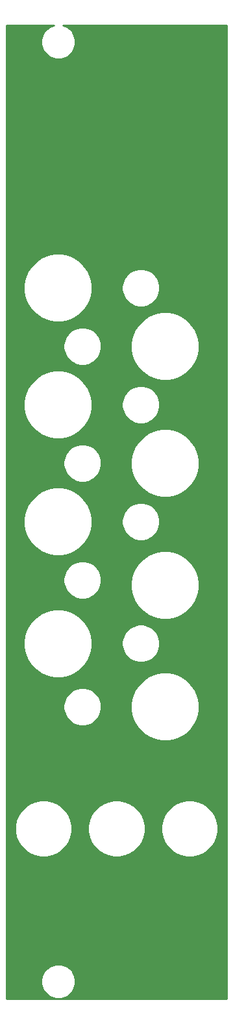
<source format=gbl>
G04 #@! TF.GenerationSoftware,KiCad,Pcbnew,5.1.7-a382d34a8~87~ubuntu18.04.1*
G04 #@! TF.CreationDate,2021-01-14T14:15:41+00:00*
G04 #@! TF.ProjectId,seq8.2-panel,73657138-2e32-42d7-9061-6e656c2e6b69,rev?*
G04 #@! TF.SameCoordinates,Original*
G04 #@! TF.FileFunction,Copper,L2,Bot*
G04 #@! TF.FilePolarity,Positive*
%FSLAX46Y46*%
G04 Gerber Fmt 4.6, Leading zero omitted, Abs format (unit mm)*
G04 Created by KiCad (PCBNEW 5.1.7-a382d34a8~87~ubuntu18.04.1) date 2021-01-14 14:15:41*
%MOMM*%
%LPD*%
G01*
G04 APERTURE LIST*
G04 #@! TA.AperFunction,NonConductor*
%ADD10C,0.254000*%
G04 #@! TD*
G04 #@! TA.AperFunction,NonConductor*
%ADD11C,0.100000*%
G04 #@! TD*
G04 APERTURE END LIST*
D10*
X86135858Y-28644280D02*
X85727450Y-28813448D01*
X85359893Y-29059041D01*
X85047311Y-29371623D01*
X84801718Y-29739180D01*
X84632550Y-30147588D01*
X84546308Y-30581151D01*
X84546308Y-31023209D01*
X84632550Y-31456772D01*
X84801718Y-31865180D01*
X85047311Y-32232737D01*
X85359893Y-32545319D01*
X85727450Y-32790912D01*
X86135858Y-32960080D01*
X86569421Y-33046322D01*
X87011479Y-33046322D01*
X87445042Y-32960080D01*
X87853450Y-32790912D01*
X88221007Y-32545319D01*
X88533589Y-32232737D01*
X88779182Y-31865180D01*
X88948350Y-31456772D01*
X89034592Y-31023209D01*
X89034592Y-30581151D01*
X88948350Y-30147588D01*
X88779182Y-29739180D01*
X88533589Y-29371623D01*
X88221007Y-29059041D01*
X87853450Y-28813448D01*
X87445042Y-28644280D01*
X87409348Y-28637180D01*
X108695450Y-28637180D01*
X108695451Y-155567180D01*
X80025450Y-155567180D01*
X80025450Y-153081151D01*
X84546308Y-153081151D01*
X84546308Y-153523209D01*
X84632550Y-153956772D01*
X84801718Y-154365180D01*
X85047311Y-154732737D01*
X85359893Y-155045319D01*
X85727450Y-155290912D01*
X86135858Y-155460080D01*
X86569421Y-155546322D01*
X87011479Y-155546322D01*
X87445042Y-155460080D01*
X87853450Y-155290912D01*
X88221007Y-155045319D01*
X88533589Y-154732737D01*
X88779182Y-154365180D01*
X88948350Y-153956772D01*
X89034592Y-153523209D01*
X89034592Y-153081151D01*
X88948350Y-152647588D01*
X88779182Y-152239180D01*
X88533589Y-151871623D01*
X88221007Y-151559041D01*
X87853450Y-151313448D01*
X87445042Y-151144280D01*
X87011479Y-151058038D01*
X86569421Y-151058038D01*
X86135858Y-151144280D01*
X85727450Y-151313448D01*
X85359893Y-151559041D01*
X85047311Y-151871623D01*
X84801718Y-152239180D01*
X84632550Y-152647588D01*
X84546308Y-153081151D01*
X80025450Y-153081151D01*
X80025450Y-133019126D01*
X81103531Y-133019126D01*
X81103531Y-133755234D01*
X81247139Y-134477199D01*
X81528836Y-135157275D01*
X81937796Y-135769327D01*
X82458303Y-136289834D01*
X83070355Y-136698794D01*
X83750431Y-136980491D01*
X84472396Y-137124099D01*
X85208504Y-137124099D01*
X85930469Y-136980491D01*
X86610545Y-136698794D01*
X87222597Y-136289834D01*
X87743104Y-135769327D01*
X88152064Y-135157275D01*
X88433761Y-134477199D01*
X88577369Y-133755234D01*
X88577369Y-133019126D01*
X90633531Y-133019126D01*
X90633531Y-133755234D01*
X90777139Y-134477199D01*
X91058836Y-135157275D01*
X91467796Y-135769327D01*
X91988303Y-136289834D01*
X92600355Y-136698794D01*
X93280431Y-136980491D01*
X94002396Y-137124099D01*
X94738504Y-137124099D01*
X95460469Y-136980491D01*
X96140545Y-136698794D01*
X96752597Y-136289834D01*
X97273104Y-135769327D01*
X97682064Y-135157275D01*
X97963761Y-134477199D01*
X98107369Y-133755234D01*
X98107369Y-133019126D01*
X100163531Y-133019126D01*
X100163531Y-133755234D01*
X100307139Y-134477199D01*
X100588836Y-135157275D01*
X100997796Y-135769327D01*
X101518303Y-136289834D01*
X102130355Y-136698794D01*
X102810431Y-136980491D01*
X103532396Y-137124099D01*
X104268504Y-137124099D01*
X104990469Y-136980491D01*
X105670545Y-136698794D01*
X106282597Y-136289834D01*
X106803104Y-135769327D01*
X107212064Y-135157275D01*
X107493761Y-134477199D01*
X107637369Y-133755234D01*
X107637369Y-133019126D01*
X107493761Y-132297161D01*
X107212064Y-131617085D01*
X106803104Y-131005033D01*
X106282597Y-130484526D01*
X105670545Y-130075566D01*
X104990469Y-129793869D01*
X104268504Y-129650261D01*
X103532396Y-129650261D01*
X102810431Y-129793869D01*
X102130355Y-130075566D01*
X101518303Y-130484526D01*
X100997796Y-131005033D01*
X100588836Y-131617085D01*
X100307139Y-132297161D01*
X100163531Y-133019126D01*
X98107369Y-133019126D01*
X97963761Y-132297161D01*
X97682064Y-131617085D01*
X97273104Y-131005033D01*
X96752597Y-130484526D01*
X96140545Y-130075566D01*
X95460469Y-129793869D01*
X94738504Y-129650261D01*
X94002396Y-129650261D01*
X93280431Y-129793869D01*
X92600355Y-130075566D01*
X91988303Y-130484526D01*
X91467796Y-131005033D01*
X91058836Y-131617085D01*
X90777139Y-132297161D01*
X90633531Y-133019126D01*
X88577369Y-133019126D01*
X88433761Y-132297161D01*
X88152064Y-131617085D01*
X87743104Y-131005033D01*
X87222597Y-130484526D01*
X86610545Y-130075566D01*
X85930469Y-129793869D01*
X85208504Y-129650261D01*
X84472396Y-129650261D01*
X83750431Y-129793869D01*
X83070355Y-130075566D01*
X82458303Y-130484526D01*
X81937796Y-131005033D01*
X81528836Y-131617085D01*
X81247139Y-132297161D01*
X81103531Y-133019126D01*
X80025450Y-133019126D01*
X80025450Y-117261647D01*
X87427512Y-117261647D01*
X87427512Y-117752713D01*
X87523314Y-118234343D01*
X87711237Y-118688029D01*
X87984059Y-119096335D01*
X88331295Y-119443571D01*
X88739601Y-119716393D01*
X89193287Y-119904316D01*
X89674917Y-120000118D01*
X90165983Y-120000118D01*
X90647613Y-119904316D01*
X91101299Y-119716393D01*
X91509605Y-119443571D01*
X91856841Y-119096335D01*
X92129663Y-118688029D01*
X92317586Y-118234343D01*
X92413388Y-117752713D01*
X92413388Y-117261647D01*
X92374395Y-117065613D01*
X96227143Y-117065613D01*
X96227143Y-117948747D01*
X96399434Y-118814912D01*
X96737395Y-119630822D01*
X97228038Y-120365122D01*
X97852508Y-120989592D01*
X98586808Y-121480235D01*
X99402718Y-121818196D01*
X100268883Y-121990487D01*
X101152017Y-121990487D01*
X102018182Y-121818196D01*
X102834092Y-121480235D01*
X103568392Y-120989592D01*
X104192862Y-120365122D01*
X104683505Y-119630822D01*
X105021466Y-118814912D01*
X105193757Y-117948747D01*
X105193757Y-117065613D01*
X105021466Y-116199448D01*
X104683505Y-115383538D01*
X104192862Y-114649238D01*
X103568392Y-114024768D01*
X102834092Y-113534125D01*
X102018182Y-113196164D01*
X101152017Y-113023873D01*
X100268883Y-113023873D01*
X99402718Y-113196164D01*
X98586808Y-113534125D01*
X97852508Y-114024768D01*
X97228038Y-114649238D01*
X96737395Y-115383538D01*
X96399434Y-116199448D01*
X96227143Y-117065613D01*
X92374395Y-117065613D01*
X92317586Y-116780017D01*
X92129663Y-116326331D01*
X91856841Y-115918025D01*
X91509605Y-115570789D01*
X91101299Y-115297967D01*
X90647613Y-115110044D01*
X90165983Y-115014242D01*
X89674917Y-115014242D01*
X89193287Y-115110044D01*
X88739601Y-115297967D01*
X88331295Y-115570789D01*
X87984059Y-115918025D01*
X87711237Y-116326331D01*
X87523314Y-116780017D01*
X87427512Y-117261647D01*
X80025450Y-117261647D01*
X80025450Y-108805613D01*
X82257143Y-108805613D01*
X82257143Y-109688747D01*
X82429434Y-110554912D01*
X82767395Y-111370822D01*
X83258038Y-112105122D01*
X83882508Y-112729592D01*
X84616808Y-113220235D01*
X85432718Y-113558196D01*
X86298883Y-113730487D01*
X87182017Y-113730487D01*
X88048182Y-113558196D01*
X88864092Y-113220235D01*
X89598392Y-112729592D01*
X90222862Y-112105122D01*
X90713505Y-111370822D01*
X91051466Y-110554912D01*
X91223757Y-109688747D01*
X91223757Y-109001647D01*
X95047512Y-109001647D01*
X95047512Y-109492713D01*
X95143314Y-109974343D01*
X95331237Y-110428029D01*
X95604059Y-110836335D01*
X95951295Y-111183571D01*
X96359601Y-111456393D01*
X96813287Y-111644316D01*
X97294917Y-111740118D01*
X97785983Y-111740118D01*
X98267613Y-111644316D01*
X98721299Y-111456393D01*
X99129605Y-111183571D01*
X99476841Y-110836335D01*
X99749663Y-110428029D01*
X99937586Y-109974343D01*
X100033388Y-109492713D01*
X100033388Y-109001647D01*
X99937586Y-108520017D01*
X99749663Y-108066331D01*
X99476841Y-107658025D01*
X99129605Y-107310789D01*
X98721299Y-107037967D01*
X98267613Y-106850044D01*
X97785983Y-106754242D01*
X97294917Y-106754242D01*
X96813287Y-106850044D01*
X96359601Y-107037967D01*
X95951295Y-107310789D01*
X95604059Y-107658025D01*
X95331237Y-108066331D01*
X95143314Y-108520017D01*
X95047512Y-109001647D01*
X91223757Y-109001647D01*
X91223757Y-108805613D01*
X91051466Y-107939448D01*
X90713505Y-107123538D01*
X90222862Y-106389238D01*
X89598392Y-105764768D01*
X88864092Y-105274125D01*
X88048182Y-104936164D01*
X87182017Y-104763873D01*
X86298883Y-104763873D01*
X85432718Y-104936164D01*
X84616808Y-105274125D01*
X83882508Y-105764768D01*
X83258038Y-106389238D01*
X82767395Y-107123538D01*
X82429434Y-107939448D01*
X82257143Y-108805613D01*
X80025450Y-108805613D01*
X80025450Y-100741647D01*
X87427512Y-100741647D01*
X87427512Y-101232713D01*
X87523314Y-101714343D01*
X87711237Y-102168029D01*
X87984059Y-102576335D01*
X88331295Y-102923571D01*
X88739601Y-103196393D01*
X89193287Y-103384316D01*
X89674917Y-103480118D01*
X90165983Y-103480118D01*
X90647613Y-103384316D01*
X91101299Y-103196393D01*
X91509605Y-102923571D01*
X91856841Y-102576335D01*
X92129663Y-102168029D01*
X92317586Y-101714343D01*
X92413388Y-101232713D01*
X92413388Y-101185613D01*
X96227143Y-101185613D01*
X96227143Y-102068747D01*
X96399434Y-102934912D01*
X96737395Y-103750822D01*
X97228038Y-104485122D01*
X97852508Y-105109592D01*
X98586808Y-105600235D01*
X99402718Y-105938196D01*
X100268883Y-106110487D01*
X101152017Y-106110487D01*
X102018182Y-105938196D01*
X102834092Y-105600235D01*
X103568392Y-105109592D01*
X104192862Y-104485122D01*
X104683505Y-103750822D01*
X105021466Y-102934912D01*
X105193757Y-102068747D01*
X105193757Y-101185613D01*
X105021466Y-100319448D01*
X104683505Y-99503538D01*
X104192862Y-98769238D01*
X103568392Y-98144768D01*
X102834092Y-97654125D01*
X102018182Y-97316164D01*
X101152017Y-97143873D01*
X100268883Y-97143873D01*
X99402718Y-97316164D01*
X98586808Y-97654125D01*
X97852508Y-98144768D01*
X97228038Y-98769238D01*
X96737395Y-99503538D01*
X96399434Y-100319448D01*
X96227143Y-101185613D01*
X92413388Y-101185613D01*
X92413388Y-100741647D01*
X92317586Y-100260017D01*
X92129663Y-99806331D01*
X91856841Y-99398025D01*
X91509605Y-99050789D01*
X91101299Y-98777967D01*
X90647613Y-98590044D01*
X90165983Y-98494242D01*
X89674917Y-98494242D01*
X89193287Y-98590044D01*
X88739601Y-98777967D01*
X88331295Y-99050789D01*
X87984059Y-99398025D01*
X87711237Y-99806331D01*
X87523314Y-100260017D01*
X87427512Y-100741647D01*
X80025450Y-100741647D01*
X80025450Y-92925613D01*
X82257143Y-92925613D01*
X82257143Y-93808747D01*
X82429434Y-94674912D01*
X82767395Y-95490822D01*
X83258038Y-96225122D01*
X83882508Y-96849592D01*
X84616808Y-97340235D01*
X85432718Y-97678196D01*
X86298883Y-97850487D01*
X87182017Y-97850487D01*
X88048182Y-97678196D01*
X88864092Y-97340235D01*
X89598392Y-96849592D01*
X90222862Y-96225122D01*
X90713505Y-95490822D01*
X91051466Y-94674912D01*
X91223757Y-93808747D01*
X91223757Y-93121647D01*
X95047512Y-93121647D01*
X95047512Y-93612713D01*
X95143314Y-94094343D01*
X95331237Y-94548029D01*
X95604059Y-94956335D01*
X95951295Y-95303571D01*
X96359601Y-95576393D01*
X96813287Y-95764316D01*
X97294917Y-95860118D01*
X97785983Y-95860118D01*
X98267613Y-95764316D01*
X98721299Y-95576393D01*
X99129605Y-95303571D01*
X99476841Y-94956335D01*
X99749663Y-94548029D01*
X99937586Y-94094343D01*
X100033388Y-93612713D01*
X100033388Y-93121647D01*
X99937586Y-92640017D01*
X99749663Y-92186331D01*
X99476841Y-91778025D01*
X99129605Y-91430789D01*
X98721299Y-91157967D01*
X98267613Y-90970044D01*
X97785983Y-90874242D01*
X97294917Y-90874242D01*
X96813287Y-90970044D01*
X96359601Y-91157967D01*
X95951295Y-91430789D01*
X95604059Y-91778025D01*
X95331237Y-92186331D01*
X95143314Y-92640017D01*
X95047512Y-93121647D01*
X91223757Y-93121647D01*
X91223757Y-92925613D01*
X91051466Y-92059448D01*
X90713505Y-91243538D01*
X90222862Y-90509238D01*
X89598392Y-89884768D01*
X88864092Y-89394125D01*
X88048182Y-89056164D01*
X87182017Y-88883873D01*
X86298883Y-88883873D01*
X85432718Y-89056164D01*
X84616808Y-89394125D01*
X83882508Y-89884768D01*
X83258038Y-90509238D01*
X82767395Y-91243538D01*
X82429434Y-92059448D01*
X82257143Y-92925613D01*
X80025450Y-92925613D01*
X80025450Y-85501647D01*
X87427512Y-85501647D01*
X87427512Y-85992713D01*
X87523314Y-86474343D01*
X87711237Y-86928029D01*
X87984059Y-87336335D01*
X88331295Y-87683571D01*
X88739601Y-87956393D01*
X89193287Y-88144316D01*
X89674917Y-88240118D01*
X90165983Y-88240118D01*
X90647613Y-88144316D01*
X91101299Y-87956393D01*
X91509605Y-87683571D01*
X91856841Y-87336335D01*
X92129663Y-86928029D01*
X92317586Y-86474343D01*
X92413388Y-85992713D01*
X92413388Y-85501647D01*
X92374395Y-85305613D01*
X96227143Y-85305613D01*
X96227143Y-86188747D01*
X96399434Y-87054912D01*
X96737395Y-87870822D01*
X97228038Y-88605122D01*
X97852508Y-89229592D01*
X98586808Y-89720235D01*
X99402718Y-90058196D01*
X100268883Y-90230487D01*
X101152017Y-90230487D01*
X102018182Y-90058196D01*
X102834092Y-89720235D01*
X103568392Y-89229592D01*
X104192862Y-88605122D01*
X104683505Y-87870822D01*
X105021466Y-87054912D01*
X105193757Y-86188747D01*
X105193757Y-85305613D01*
X105021466Y-84439448D01*
X104683505Y-83623538D01*
X104192862Y-82889238D01*
X103568392Y-82264768D01*
X102834092Y-81774125D01*
X102018182Y-81436164D01*
X101152017Y-81263873D01*
X100268883Y-81263873D01*
X99402718Y-81436164D01*
X98586808Y-81774125D01*
X97852508Y-82264768D01*
X97228038Y-82889238D01*
X96737395Y-83623538D01*
X96399434Y-84439448D01*
X96227143Y-85305613D01*
X92374395Y-85305613D01*
X92317586Y-85020017D01*
X92129663Y-84566331D01*
X91856841Y-84158025D01*
X91509605Y-83810789D01*
X91101299Y-83537967D01*
X90647613Y-83350044D01*
X90165983Y-83254242D01*
X89674917Y-83254242D01*
X89193287Y-83350044D01*
X88739601Y-83537967D01*
X88331295Y-83810789D01*
X87984059Y-84158025D01*
X87711237Y-84566331D01*
X87523314Y-85020017D01*
X87427512Y-85501647D01*
X80025450Y-85501647D01*
X80025450Y-77685613D01*
X82257143Y-77685613D01*
X82257143Y-78568747D01*
X82429434Y-79434912D01*
X82767395Y-80250822D01*
X83258038Y-80985122D01*
X83882508Y-81609592D01*
X84616808Y-82100235D01*
X85432718Y-82438196D01*
X86298883Y-82610487D01*
X87182017Y-82610487D01*
X88048182Y-82438196D01*
X88864092Y-82100235D01*
X89598392Y-81609592D01*
X90222862Y-80985122D01*
X90713505Y-80250822D01*
X91051466Y-79434912D01*
X91223757Y-78568747D01*
X91223757Y-77881647D01*
X95047512Y-77881647D01*
X95047512Y-78372713D01*
X95143314Y-78854343D01*
X95331237Y-79308029D01*
X95604059Y-79716335D01*
X95951295Y-80063571D01*
X96359601Y-80336393D01*
X96813287Y-80524316D01*
X97294917Y-80620118D01*
X97785983Y-80620118D01*
X98267613Y-80524316D01*
X98721299Y-80336393D01*
X99129605Y-80063571D01*
X99476841Y-79716335D01*
X99749663Y-79308029D01*
X99937586Y-78854343D01*
X100033388Y-78372713D01*
X100033388Y-77881647D01*
X99937586Y-77400017D01*
X99749663Y-76946331D01*
X99476841Y-76538025D01*
X99129605Y-76190789D01*
X98721299Y-75917967D01*
X98267613Y-75730044D01*
X97785983Y-75634242D01*
X97294917Y-75634242D01*
X96813287Y-75730044D01*
X96359601Y-75917967D01*
X95951295Y-76190789D01*
X95604059Y-76538025D01*
X95331237Y-76946331D01*
X95143314Y-77400017D01*
X95047512Y-77881647D01*
X91223757Y-77881647D01*
X91223757Y-77685613D01*
X91051466Y-76819448D01*
X90713505Y-76003538D01*
X90222862Y-75269238D01*
X89598392Y-74644768D01*
X88864092Y-74154125D01*
X88048182Y-73816164D01*
X87182017Y-73643873D01*
X86298883Y-73643873D01*
X85432718Y-73816164D01*
X84616808Y-74154125D01*
X83882508Y-74644768D01*
X83258038Y-75269238D01*
X82767395Y-76003538D01*
X82429434Y-76819448D01*
X82257143Y-77685613D01*
X80025450Y-77685613D01*
X80025450Y-70261647D01*
X87427512Y-70261647D01*
X87427512Y-70752713D01*
X87523314Y-71234343D01*
X87711237Y-71688029D01*
X87984059Y-72096335D01*
X88331295Y-72443571D01*
X88739601Y-72716393D01*
X89193287Y-72904316D01*
X89674917Y-73000118D01*
X90165983Y-73000118D01*
X90647613Y-72904316D01*
X91101299Y-72716393D01*
X91509605Y-72443571D01*
X91856841Y-72096335D01*
X92129663Y-71688029D01*
X92317586Y-71234343D01*
X92413388Y-70752713D01*
X92413388Y-70261647D01*
X92374395Y-70065613D01*
X96227143Y-70065613D01*
X96227143Y-70948747D01*
X96399434Y-71814912D01*
X96737395Y-72630822D01*
X97228038Y-73365122D01*
X97852508Y-73989592D01*
X98586808Y-74480235D01*
X99402718Y-74818196D01*
X100268883Y-74990487D01*
X101152017Y-74990487D01*
X102018182Y-74818196D01*
X102834092Y-74480235D01*
X103568392Y-73989592D01*
X104192862Y-73365122D01*
X104683505Y-72630822D01*
X105021466Y-71814912D01*
X105193757Y-70948747D01*
X105193757Y-70065613D01*
X105021466Y-69199448D01*
X104683505Y-68383538D01*
X104192862Y-67649238D01*
X103568392Y-67024768D01*
X102834092Y-66534125D01*
X102018182Y-66196164D01*
X101152017Y-66023873D01*
X100268883Y-66023873D01*
X99402718Y-66196164D01*
X98586808Y-66534125D01*
X97852508Y-67024768D01*
X97228038Y-67649238D01*
X96737395Y-68383538D01*
X96399434Y-69199448D01*
X96227143Y-70065613D01*
X92374395Y-70065613D01*
X92317586Y-69780017D01*
X92129663Y-69326331D01*
X91856841Y-68918025D01*
X91509605Y-68570789D01*
X91101299Y-68297967D01*
X90647613Y-68110044D01*
X90165983Y-68014242D01*
X89674917Y-68014242D01*
X89193287Y-68110044D01*
X88739601Y-68297967D01*
X88331295Y-68570789D01*
X87984059Y-68918025D01*
X87711237Y-69326331D01*
X87523314Y-69780017D01*
X87427512Y-70261647D01*
X80025450Y-70261647D01*
X80025450Y-62445613D01*
X82257143Y-62445613D01*
X82257143Y-63328747D01*
X82429434Y-64194912D01*
X82767395Y-65010822D01*
X83258038Y-65745122D01*
X83882508Y-66369592D01*
X84616808Y-66860235D01*
X85432718Y-67198196D01*
X86298883Y-67370487D01*
X87182017Y-67370487D01*
X88048182Y-67198196D01*
X88864092Y-66860235D01*
X89598392Y-66369592D01*
X90222862Y-65745122D01*
X90713505Y-65010822D01*
X91051466Y-64194912D01*
X91223757Y-63328747D01*
X91223757Y-62641647D01*
X95047512Y-62641647D01*
X95047512Y-63132713D01*
X95143314Y-63614343D01*
X95331237Y-64068029D01*
X95604059Y-64476335D01*
X95951295Y-64823571D01*
X96359601Y-65096393D01*
X96813287Y-65284316D01*
X97294917Y-65380118D01*
X97785983Y-65380118D01*
X98267613Y-65284316D01*
X98721299Y-65096393D01*
X99129605Y-64823571D01*
X99476841Y-64476335D01*
X99749663Y-64068029D01*
X99937586Y-63614343D01*
X100033388Y-63132713D01*
X100033388Y-62641647D01*
X99937586Y-62160017D01*
X99749663Y-61706331D01*
X99476841Y-61298025D01*
X99129605Y-60950789D01*
X98721299Y-60677967D01*
X98267613Y-60490044D01*
X97785983Y-60394242D01*
X97294917Y-60394242D01*
X96813287Y-60490044D01*
X96359601Y-60677967D01*
X95951295Y-60950789D01*
X95604059Y-61298025D01*
X95331237Y-61706331D01*
X95143314Y-62160017D01*
X95047512Y-62641647D01*
X91223757Y-62641647D01*
X91223757Y-62445613D01*
X91051466Y-61579448D01*
X90713505Y-60763538D01*
X90222862Y-60029238D01*
X89598392Y-59404768D01*
X88864092Y-58914125D01*
X88048182Y-58576164D01*
X87182017Y-58403873D01*
X86298883Y-58403873D01*
X85432718Y-58576164D01*
X84616808Y-58914125D01*
X83882508Y-59404768D01*
X83258038Y-60029238D01*
X82767395Y-60763538D01*
X82429434Y-61579448D01*
X82257143Y-62445613D01*
X80025450Y-62445613D01*
X80025450Y-28637180D01*
X86171552Y-28637180D01*
X86135858Y-28644280D01*
G04 #@! TA.AperFunction,NonConductor*
D11*
G36*
X86135858Y-28644280D02*
G01*
X85727450Y-28813448D01*
X85359893Y-29059041D01*
X85047311Y-29371623D01*
X84801718Y-29739180D01*
X84632550Y-30147588D01*
X84546308Y-30581151D01*
X84546308Y-31023209D01*
X84632550Y-31456772D01*
X84801718Y-31865180D01*
X85047311Y-32232737D01*
X85359893Y-32545319D01*
X85727450Y-32790912D01*
X86135858Y-32960080D01*
X86569421Y-33046322D01*
X87011479Y-33046322D01*
X87445042Y-32960080D01*
X87853450Y-32790912D01*
X88221007Y-32545319D01*
X88533589Y-32232737D01*
X88779182Y-31865180D01*
X88948350Y-31456772D01*
X89034592Y-31023209D01*
X89034592Y-30581151D01*
X88948350Y-30147588D01*
X88779182Y-29739180D01*
X88533589Y-29371623D01*
X88221007Y-29059041D01*
X87853450Y-28813448D01*
X87445042Y-28644280D01*
X87409348Y-28637180D01*
X108695450Y-28637180D01*
X108695451Y-155567180D01*
X80025450Y-155567180D01*
X80025450Y-153081151D01*
X84546308Y-153081151D01*
X84546308Y-153523209D01*
X84632550Y-153956772D01*
X84801718Y-154365180D01*
X85047311Y-154732737D01*
X85359893Y-155045319D01*
X85727450Y-155290912D01*
X86135858Y-155460080D01*
X86569421Y-155546322D01*
X87011479Y-155546322D01*
X87445042Y-155460080D01*
X87853450Y-155290912D01*
X88221007Y-155045319D01*
X88533589Y-154732737D01*
X88779182Y-154365180D01*
X88948350Y-153956772D01*
X89034592Y-153523209D01*
X89034592Y-153081151D01*
X88948350Y-152647588D01*
X88779182Y-152239180D01*
X88533589Y-151871623D01*
X88221007Y-151559041D01*
X87853450Y-151313448D01*
X87445042Y-151144280D01*
X87011479Y-151058038D01*
X86569421Y-151058038D01*
X86135858Y-151144280D01*
X85727450Y-151313448D01*
X85359893Y-151559041D01*
X85047311Y-151871623D01*
X84801718Y-152239180D01*
X84632550Y-152647588D01*
X84546308Y-153081151D01*
X80025450Y-153081151D01*
X80025450Y-133019126D01*
X81103531Y-133019126D01*
X81103531Y-133755234D01*
X81247139Y-134477199D01*
X81528836Y-135157275D01*
X81937796Y-135769327D01*
X82458303Y-136289834D01*
X83070355Y-136698794D01*
X83750431Y-136980491D01*
X84472396Y-137124099D01*
X85208504Y-137124099D01*
X85930469Y-136980491D01*
X86610545Y-136698794D01*
X87222597Y-136289834D01*
X87743104Y-135769327D01*
X88152064Y-135157275D01*
X88433761Y-134477199D01*
X88577369Y-133755234D01*
X88577369Y-133019126D01*
X90633531Y-133019126D01*
X90633531Y-133755234D01*
X90777139Y-134477199D01*
X91058836Y-135157275D01*
X91467796Y-135769327D01*
X91988303Y-136289834D01*
X92600355Y-136698794D01*
X93280431Y-136980491D01*
X94002396Y-137124099D01*
X94738504Y-137124099D01*
X95460469Y-136980491D01*
X96140545Y-136698794D01*
X96752597Y-136289834D01*
X97273104Y-135769327D01*
X97682064Y-135157275D01*
X97963761Y-134477199D01*
X98107369Y-133755234D01*
X98107369Y-133019126D01*
X100163531Y-133019126D01*
X100163531Y-133755234D01*
X100307139Y-134477199D01*
X100588836Y-135157275D01*
X100997796Y-135769327D01*
X101518303Y-136289834D01*
X102130355Y-136698794D01*
X102810431Y-136980491D01*
X103532396Y-137124099D01*
X104268504Y-137124099D01*
X104990469Y-136980491D01*
X105670545Y-136698794D01*
X106282597Y-136289834D01*
X106803104Y-135769327D01*
X107212064Y-135157275D01*
X107493761Y-134477199D01*
X107637369Y-133755234D01*
X107637369Y-133019126D01*
X107493761Y-132297161D01*
X107212064Y-131617085D01*
X106803104Y-131005033D01*
X106282597Y-130484526D01*
X105670545Y-130075566D01*
X104990469Y-129793869D01*
X104268504Y-129650261D01*
X103532396Y-129650261D01*
X102810431Y-129793869D01*
X102130355Y-130075566D01*
X101518303Y-130484526D01*
X100997796Y-131005033D01*
X100588836Y-131617085D01*
X100307139Y-132297161D01*
X100163531Y-133019126D01*
X98107369Y-133019126D01*
X97963761Y-132297161D01*
X97682064Y-131617085D01*
X97273104Y-131005033D01*
X96752597Y-130484526D01*
X96140545Y-130075566D01*
X95460469Y-129793869D01*
X94738504Y-129650261D01*
X94002396Y-129650261D01*
X93280431Y-129793869D01*
X92600355Y-130075566D01*
X91988303Y-130484526D01*
X91467796Y-131005033D01*
X91058836Y-131617085D01*
X90777139Y-132297161D01*
X90633531Y-133019126D01*
X88577369Y-133019126D01*
X88433761Y-132297161D01*
X88152064Y-131617085D01*
X87743104Y-131005033D01*
X87222597Y-130484526D01*
X86610545Y-130075566D01*
X85930469Y-129793869D01*
X85208504Y-129650261D01*
X84472396Y-129650261D01*
X83750431Y-129793869D01*
X83070355Y-130075566D01*
X82458303Y-130484526D01*
X81937796Y-131005033D01*
X81528836Y-131617085D01*
X81247139Y-132297161D01*
X81103531Y-133019126D01*
X80025450Y-133019126D01*
X80025450Y-117261647D01*
X87427512Y-117261647D01*
X87427512Y-117752713D01*
X87523314Y-118234343D01*
X87711237Y-118688029D01*
X87984059Y-119096335D01*
X88331295Y-119443571D01*
X88739601Y-119716393D01*
X89193287Y-119904316D01*
X89674917Y-120000118D01*
X90165983Y-120000118D01*
X90647613Y-119904316D01*
X91101299Y-119716393D01*
X91509605Y-119443571D01*
X91856841Y-119096335D01*
X92129663Y-118688029D01*
X92317586Y-118234343D01*
X92413388Y-117752713D01*
X92413388Y-117261647D01*
X92374395Y-117065613D01*
X96227143Y-117065613D01*
X96227143Y-117948747D01*
X96399434Y-118814912D01*
X96737395Y-119630822D01*
X97228038Y-120365122D01*
X97852508Y-120989592D01*
X98586808Y-121480235D01*
X99402718Y-121818196D01*
X100268883Y-121990487D01*
X101152017Y-121990487D01*
X102018182Y-121818196D01*
X102834092Y-121480235D01*
X103568392Y-120989592D01*
X104192862Y-120365122D01*
X104683505Y-119630822D01*
X105021466Y-118814912D01*
X105193757Y-117948747D01*
X105193757Y-117065613D01*
X105021466Y-116199448D01*
X104683505Y-115383538D01*
X104192862Y-114649238D01*
X103568392Y-114024768D01*
X102834092Y-113534125D01*
X102018182Y-113196164D01*
X101152017Y-113023873D01*
X100268883Y-113023873D01*
X99402718Y-113196164D01*
X98586808Y-113534125D01*
X97852508Y-114024768D01*
X97228038Y-114649238D01*
X96737395Y-115383538D01*
X96399434Y-116199448D01*
X96227143Y-117065613D01*
X92374395Y-117065613D01*
X92317586Y-116780017D01*
X92129663Y-116326331D01*
X91856841Y-115918025D01*
X91509605Y-115570789D01*
X91101299Y-115297967D01*
X90647613Y-115110044D01*
X90165983Y-115014242D01*
X89674917Y-115014242D01*
X89193287Y-115110044D01*
X88739601Y-115297967D01*
X88331295Y-115570789D01*
X87984059Y-115918025D01*
X87711237Y-116326331D01*
X87523314Y-116780017D01*
X87427512Y-117261647D01*
X80025450Y-117261647D01*
X80025450Y-108805613D01*
X82257143Y-108805613D01*
X82257143Y-109688747D01*
X82429434Y-110554912D01*
X82767395Y-111370822D01*
X83258038Y-112105122D01*
X83882508Y-112729592D01*
X84616808Y-113220235D01*
X85432718Y-113558196D01*
X86298883Y-113730487D01*
X87182017Y-113730487D01*
X88048182Y-113558196D01*
X88864092Y-113220235D01*
X89598392Y-112729592D01*
X90222862Y-112105122D01*
X90713505Y-111370822D01*
X91051466Y-110554912D01*
X91223757Y-109688747D01*
X91223757Y-109001647D01*
X95047512Y-109001647D01*
X95047512Y-109492713D01*
X95143314Y-109974343D01*
X95331237Y-110428029D01*
X95604059Y-110836335D01*
X95951295Y-111183571D01*
X96359601Y-111456393D01*
X96813287Y-111644316D01*
X97294917Y-111740118D01*
X97785983Y-111740118D01*
X98267613Y-111644316D01*
X98721299Y-111456393D01*
X99129605Y-111183571D01*
X99476841Y-110836335D01*
X99749663Y-110428029D01*
X99937586Y-109974343D01*
X100033388Y-109492713D01*
X100033388Y-109001647D01*
X99937586Y-108520017D01*
X99749663Y-108066331D01*
X99476841Y-107658025D01*
X99129605Y-107310789D01*
X98721299Y-107037967D01*
X98267613Y-106850044D01*
X97785983Y-106754242D01*
X97294917Y-106754242D01*
X96813287Y-106850044D01*
X96359601Y-107037967D01*
X95951295Y-107310789D01*
X95604059Y-107658025D01*
X95331237Y-108066331D01*
X95143314Y-108520017D01*
X95047512Y-109001647D01*
X91223757Y-109001647D01*
X91223757Y-108805613D01*
X91051466Y-107939448D01*
X90713505Y-107123538D01*
X90222862Y-106389238D01*
X89598392Y-105764768D01*
X88864092Y-105274125D01*
X88048182Y-104936164D01*
X87182017Y-104763873D01*
X86298883Y-104763873D01*
X85432718Y-104936164D01*
X84616808Y-105274125D01*
X83882508Y-105764768D01*
X83258038Y-106389238D01*
X82767395Y-107123538D01*
X82429434Y-107939448D01*
X82257143Y-108805613D01*
X80025450Y-108805613D01*
X80025450Y-100741647D01*
X87427512Y-100741647D01*
X87427512Y-101232713D01*
X87523314Y-101714343D01*
X87711237Y-102168029D01*
X87984059Y-102576335D01*
X88331295Y-102923571D01*
X88739601Y-103196393D01*
X89193287Y-103384316D01*
X89674917Y-103480118D01*
X90165983Y-103480118D01*
X90647613Y-103384316D01*
X91101299Y-103196393D01*
X91509605Y-102923571D01*
X91856841Y-102576335D01*
X92129663Y-102168029D01*
X92317586Y-101714343D01*
X92413388Y-101232713D01*
X92413388Y-101185613D01*
X96227143Y-101185613D01*
X96227143Y-102068747D01*
X96399434Y-102934912D01*
X96737395Y-103750822D01*
X97228038Y-104485122D01*
X97852508Y-105109592D01*
X98586808Y-105600235D01*
X99402718Y-105938196D01*
X100268883Y-106110487D01*
X101152017Y-106110487D01*
X102018182Y-105938196D01*
X102834092Y-105600235D01*
X103568392Y-105109592D01*
X104192862Y-104485122D01*
X104683505Y-103750822D01*
X105021466Y-102934912D01*
X105193757Y-102068747D01*
X105193757Y-101185613D01*
X105021466Y-100319448D01*
X104683505Y-99503538D01*
X104192862Y-98769238D01*
X103568392Y-98144768D01*
X102834092Y-97654125D01*
X102018182Y-97316164D01*
X101152017Y-97143873D01*
X100268883Y-97143873D01*
X99402718Y-97316164D01*
X98586808Y-97654125D01*
X97852508Y-98144768D01*
X97228038Y-98769238D01*
X96737395Y-99503538D01*
X96399434Y-100319448D01*
X96227143Y-101185613D01*
X92413388Y-101185613D01*
X92413388Y-100741647D01*
X92317586Y-100260017D01*
X92129663Y-99806331D01*
X91856841Y-99398025D01*
X91509605Y-99050789D01*
X91101299Y-98777967D01*
X90647613Y-98590044D01*
X90165983Y-98494242D01*
X89674917Y-98494242D01*
X89193287Y-98590044D01*
X88739601Y-98777967D01*
X88331295Y-99050789D01*
X87984059Y-99398025D01*
X87711237Y-99806331D01*
X87523314Y-100260017D01*
X87427512Y-100741647D01*
X80025450Y-100741647D01*
X80025450Y-92925613D01*
X82257143Y-92925613D01*
X82257143Y-93808747D01*
X82429434Y-94674912D01*
X82767395Y-95490822D01*
X83258038Y-96225122D01*
X83882508Y-96849592D01*
X84616808Y-97340235D01*
X85432718Y-97678196D01*
X86298883Y-97850487D01*
X87182017Y-97850487D01*
X88048182Y-97678196D01*
X88864092Y-97340235D01*
X89598392Y-96849592D01*
X90222862Y-96225122D01*
X90713505Y-95490822D01*
X91051466Y-94674912D01*
X91223757Y-93808747D01*
X91223757Y-93121647D01*
X95047512Y-93121647D01*
X95047512Y-93612713D01*
X95143314Y-94094343D01*
X95331237Y-94548029D01*
X95604059Y-94956335D01*
X95951295Y-95303571D01*
X96359601Y-95576393D01*
X96813287Y-95764316D01*
X97294917Y-95860118D01*
X97785983Y-95860118D01*
X98267613Y-95764316D01*
X98721299Y-95576393D01*
X99129605Y-95303571D01*
X99476841Y-94956335D01*
X99749663Y-94548029D01*
X99937586Y-94094343D01*
X100033388Y-93612713D01*
X100033388Y-93121647D01*
X99937586Y-92640017D01*
X99749663Y-92186331D01*
X99476841Y-91778025D01*
X99129605Y-91430789D01*
X98721299Y-91157967D01*
X98267613Y-90970044D01*
X97785983Y-90874242D01*
X97294917Y-90874242D01*
X96813287Y-90970044D01*
X96359601Y-91157967D01*
X95951295Y-91430789D01*
X95604059Y-91778025D01*
X95331237Y-92186331D01*
X95143314Y-92640017D01*
X95047512Y-93121647D01*
X91223757Y-93121647D01*
X91223757Y-92925613D01*
X91051466Y-92059448D01*
X90713505Y-91243538D01*
X90222862Y-90509238D01*
X89598392Y-89884768D01*
X88864092Y-89394125D01*
X88048182Y-89056164D01*
X87182017Y-88883873D01*
X86298883Y-88883873D01*
X85432718Y-89056164D01*
X84616808Y-89394125D01*
X83882508Y-89884768D01*
X83258038Y-90509238D01*
X82767395Y-91243538D01*
X82429434Y-92059448D01*
X82257143Y-92925613D01*
X80025450Y-92925613D01*
X80025450Y-85501647D01*
X87427512Y-85501647D01*
X87427512Y-85992713D01*
X87523314Y-86474343D01*
X87711237Y-86928029D01*
X87984059Y-87336335D01*
X88331295Y-87683571D01*
X88739601Y-87956393D01*
X89193287Y-88144316D01*
X89674917Y-88240118D01*
X90165983Y-88240118D01*
X90647613Y-88144316D01*
X91101299Y-87956393D01*
X91509605Y-87683571D01*
X91856841Y-87336335D01*
X92129663Y-86928029D01*
X92317586Y-86474343D01*
X92413388Y-85992713D01*
X92413388Y-85501647D01*
X92374395Y-85305613D01*
X96227143Y-85305613D01*
X96227143Y-86188747D01*
X96399434Y-87054912D01*
X96737395Y-87870822D01*
X97228038Y-88605122D01*
X97852508Y-89229592D01*
X98586808Y-89720235D01*
X99402718Y-90058196D01*
X100268883Y-90230487D01*
X101152017Y-90230487D01*
X102018182Y-90058196D01*
X102834092Y-89720235D01*
X103568392Y-89229592D01*
X104192862Y-88605122D01*
X104683505Y-87870822D01*
X105021466Y-87054912D01*
X105193757Y-86188747D01*
X105193757Y-85305613D01*
X105021466Y-84439448D01*
X104683505Y-83623538D01*
X104192862Y-82889238D01*
X103568392Y-82264768D01*
X102834092Y-81774125D01*
X102018182Y-81436164D01*
X101152017Y-81263873D01*
X100268883Y-81263873D01*
X99402718Y-81436164D01*
X98586808Y-81774125D01*
X97852508Y-82264768D01*
X97228038Y-82889238D01*
X96737395Y-83623538D01*
X96399434Y-84439448D01*
X96227143Y-85305613D01*
X92374395Y-85305613D01*
X92317586Y-85020017D01*
X92129663Y-84566331D01*
X91856841Y-84158025D01*
X91509605Y-83810789D01*
X91101299Y-83537967D01*
X90647613Y-83350044D01*
X90165983Y-83254242D01*
X89674917Y-83254242D01*
X89193287Y-83350044D01*
X88739601Y-83537967D01*
X88331295Y-83810789D01*
X87984059Y-84158025D01*
X87711237Y-84566331D01*
X87523314Y-85020017D01*
X87427512Y-85501647D01*
X80025450Y-85501647D01*
X80025450Y-77685613D01*
X82257143Y-77685613D01*
X82257143Y-78568747D01*
X82429434Y-79434912D01*
X82767395Y-80250822D01*
X83258038Y-80985122D01*
X83882508Y-81609592D01*
X84616808Y-82100235D01*
X85432718Y-82438196D01*
X86298883Y-82610487D01*
X87182017Y-82610487D01*
X88048182Y-82438196D01*
X88864092Y-82100235D01*
X89598392Y-81609592D01*
X90222862Y-80985122D01*
X90713505Y-80250822D01*
X91051466Y-79434912D01*
X91223757Y-78568747D01*
X91223757Y-77881647D01*
X95047512Y-77881647D01*
X95047512Y-78372713D01*
X95143314Y-78854343D01*
X95331237Y-79308029D01*
X95604059Y-79716335D01*
X95951295Y-80063571D01*
X96359601Y-80336393D01*
X96813287Y-80524316D01*
X97294917Y-80620118D01*
X97785983Y-80620118D01*
X98267613Y-80524316D01*
X98721299Y-80336393D01*
X99129605Y-80063571D01*
X99476841Y-79716335D01*
X99749663Y-79308029D01*
X99937586Y-78854343D01*
X100033388Y-78372713D01*
X100033388Y-77881647D01*
X99937586Y-77400017D01*
X99749663Y-76946331D01*
X99476841Y-76538025D01*
X99129605Y-76190789D01*
X98721299Y-75917967D01*
X98267613Y-75730044D01*
X97785983Y-75634242D01*
X97294917Y-75634242D01*
X96813287Y-75730044D01*
X96359601Y-75917967D01*
X95951295Y-76190789D01*
X95604059Y-76538025D01*
X95331237Y-76946331D01*
X95143314Y-77400017D01*
X95047512Y-77881647D01*
X91223757Y-77881647D01*
X91223757Y-77685613D01*
X91051466Y-76819448D01*
X90713505Y-76003538D01*
X90222862Y-75269238D01*
X89598392Y-74644768D01*
X88864092Y-74154125D01*
X88048182Y-73816164D01*
X87182017Y-73643873D01*
X86298883Y-73643873D01*
X85432718Y-73816164D01*
X84616808Y-74154125D01*
X83882508Y-74644768D01*
X83258038Y-75269238D01*
X82767395Y-76003538D01*
X82429434Y-76819448D01*
X82257143Y-77685613D01*
X80025450Y-77685613D01*
X80025450Y-70261647D01*
X87427512Y-70261647D01*
X87427512Y-70752713D01*
X87523314Y-71234343D01*
X87711237Y-71688029D01*
X87984059Y-72096335D01*
X88331295Y-72443571D01*
X88739601Y-72716393D01*
X89193287Y-72904316D01*
X89674917Y-73000118D01*
X90165983Y-73000118D01*
X90647613Y-72904316D01*
X91101299Y-72716393D01*
X91509605Y-72443571D01*
X91856841Y-72096335D01*
X92129663Y-71688029D01*
X92317586Y-71234343D01*
X92413388Y-70752713D01*
X92413388Y-70261647D01*
X92374395Y-70065613D01*
X96227143Y-70065613D01*
X96227143Y-70948747D01*
X96399434Y-71814912D01*
X96737395Y-72630822D01*
X97228038Y-73365122D01*
X97852508Y-73989592D01*
X98586808Y-74480235D01*
X99402718Y-74818196D01*
X100268883Y-74990487D01*
X101152017Y-74990487D01*
X102018182Y-74818196D01*
X102834092Y-74480235D01*
X103568392Y-73989592D01*
X104192862Y-73365122D01*
X104683505Y-72630822D01*
X105021466Y-71814912D01*
X105193757Y-70948747D01*
X105193757Y-70065613D01*
X105021466Y-69199448D01*
X104683505Y-68383538D01*
X104192862Y-67649238D01*
X103568392Y-67024768D01*
X102834092Y-66534125D01*
X102018182Y-66196164D01*
X101152017Y-66023873D01*
X100268883Y-66023873D01*
X99402718Y-66196164D01*
X98586808Y-66534125D01*
X97852508Y-67024768D01*
X97228038Y-67649238D01*
X96737395Y-68383538D01*
X96399434Y-69199448D01*
X96227143Y-70065613D01*
X92374395Y-70065613D01*
X92317586Y-69780017D01*
X92129663Y-69326331D01*
X91856841Y-68918025D01*
X91509605Y-68570789D01*
X91101299Y-68297967D01*
X90647613Y-68110044D01*
X90165983Y-68014242D01*
X89674917Y-68014242D01*
X89193287Y-68110044D01*
X88739601Y-68297967D01*
X88331295Y-68570789D01*
X87984059Y-68918025D01*
X87711237Y-69326331D01*
X87523314Y-69780017D01*
X87427512Y-70261647D01*
X80025450Y-70261647D01*
X80025450Y-62445613D01*
X82257143Y-62445613D01*
X82257143Y-63328747D01*
X82429434Y-64194912D01*
X82767395Y-65010822D01*
X83258038Y-65745122D01*
X83882508Y-66369592D01*
X84616808Y-66860235D01*
X85432718Y-67198196D01*
X86298883Y-67370487D01*
X87182017Y-67370487D01*
X88048182Y-67198196D01*
X88864092Y-66860235D01*
X89598392Y-66369592D01*
X90222862Y-65745122D01*
X90713505Y-65010822D01*
X91051466Y-64194912D01*
X91223757Y-63328747D01*
X91223757Y-62641647D01*
X95047512Y-62641647D01*
X95047512Y-63132713D01*
X95143314Y-63614343D01*
X95331237Y-64068029D01*
X95604059Y-64476335D01*
X95951295Y-64823571D01*
X96359601Y-65096393D01*
X96813287Y-65284316D01*
X97294917Y-65380118D01*
X97785983Y-65380118D01*
X98267613Y-65284316D01*
X98721299Y-65096393D01*
X99129605Y-64823571D01*
X99476841Y-64476335D01*
X99749663Y-64068029D01*
X99937586Y-63614343D01*
X100033388Y-63132713D01*
X100033388Y-62641647D01*
X99937586Y-62160017D01*
X99749663Y-61706331D01*
X99476841Y-61298025D01*
X99129605Y-60950789D01*
X98721299Y-60677967D01*
X98267613Y-60490044D01*
X97785983Y-60394242D01*
X97294917Y-60394242D01*
X96813287Y-60490044D01*
X96359601Y-60677967D01*
X95951295Y-60950789D01*
X95604059Y-61298025D01*
X95331237Y-61706331D01*
X95143314Y-62160017D01*
X95047512Y-62641647D01*
X91223757Y-62641647D01*
X91223757Y-62445613D01*
X91051466Y-61579448D01*
X90713505Y-60763538D01*
X90222862Y-60029238D01*
X89598392Y-59404768D01*
X88864092Y-58914125D01*
X88048182Y-58576164D01*
X87182017Y-58403873D01*
X86298883Y-58403873D01*
X85432718Y-58576164D01*
X84616808Y-58914125D01*
X83882508Y-59404768D01*
X83258038Y-60029238D01*
X82767395Y-60763538D01*
X82429434Y-61579448D01*
X82257143Y-62445613D01*
X80025450Y-62445613D01*
X80025450Y-28637180D01*
X86171552Y-28637180D01*
X86135858Y-28644280D01*
G37*
G04 #@! TD.AperFunction*
M02*

</source>
